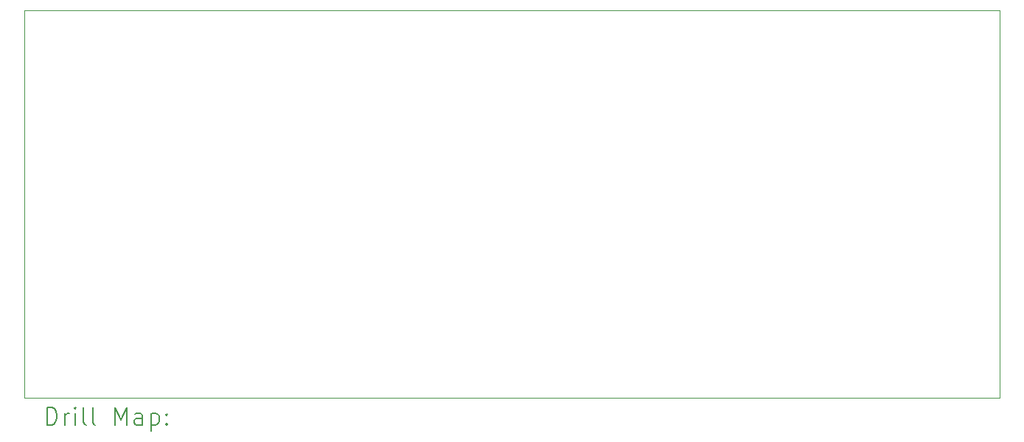
<source format=gbr>
%TF.GenerationSoftware,KiCad,Pcbnew,8.0.2*%
%TF.CreationDate,2024-05-25T18:25:16-04:00*%
%TF.ProjectId,8bc_clock,3862635f-636c-46f6-936b-2e6b69636164,3.0*%
%TF.SameCoordinates,Original*%
%TF.FileFunction,Drillmap*%
%TF.FilePolarity,Positive*%
%FSLAX45Y45*%
G04 Gerber Fmt 4.5, Leading zero omitted, Abs format (unit mm)*
G04 Created by KiCad (PCBNEW 8.0.2) date 2024-05-25 18:25:16*
%MOMM*%
%LPD*%
G01*
G04 APERTURE LIST*
%ADD10C,0.050000*%
%ADD11C,0.200000*%
G04 APERTURE END LIST*
D10*
X15500000Y-2550000D02*
X26700000Y-2550000D01*
X26700000Y-7000000D01*
X15500000Y-7000000D01*
X15500000Y-2550000D01*
D11*
X15758277Y-7313984D02*
X15758277Y-7113984D01*
X15758277Y-7113984D02*
X15805896Y-7113984D01*
X15805896Y-7113984D02*
X15834467Y-7123508D01*
X15834467Y-7123508D02*
X15853515Y-7142555D01*
X15853515Y-7142555D02*
X15863039Y-7161603D01*
X15863039Y-7161603D02*
X15872562Y-7199698D01*
X15872562Y-7199698D02*
X15872562Y-7228269D01*
X15872562Y-7228269D02*
X15863039Y-7266365D01*
X15863039Y-7266365D02*
X15853515Y-7285412D01*
X15853515Y-7285412D02*
X15834467Y-7304460D01*
X15834467Y-7304460D02*
X15805896Y-7313984D01*
X15805896Y-7313984D02*
X15758277Y-7313984D01*
X15958277Y-7313984D02*
X15958277Y-7180650D01*
X15958277Y-7218746D02*
X15967801Y-7199698D01*
X15967801Y-7199698D02*
X15977324Y-7190174D01*
X15977324Y-7190174D02*
X15996372Y-7180650D01*
X15996372Y-7180650D02*
X16015420Y-7180650D01*
X16082086Y-7313984D02*
X16082086Y-7180650D01*
X16082086Y-7113984D02*
X16072562Y-7123508D01*
X16072562Y-7123508D02*
X16082086Y-7133031D01*
X16082086Y-7133031D02*
X16091610Y-7123508D01*
X16091610Y-7123508D02*
X16082086Y-7113984D01*
X16082086Y-7113984D02*
X16082086Y-7133031D01*
X16205896Y-7313984D02*
X16186848Y-7304460D01*
X16186848Y-7304460D02*
X16177324Y-7285412D01*
X16177324Y-7285412D02*
X16177324Y-7113984D01*
X16310658Y-7313984D02*
X16291610Y-7304460D01*
X16291610Y-7304460D02*
X16282086Y-7285412D01*
X16282086Y-7285412D02*
X16282086Y-7113984D01*
X16539229Y-7313984D02*
X16539229Y-7113984D01*
X16539229Y-7113984D02*
X16605896Y-7256841D01*
X16605896Y-7256841D02*
X16672562Y-7113984D01*
X16672562Y-7113984D02*
X16672562Y-7313984D01*
X16853515Y-7313984D02*
X16853515Y-7209222D01*
X16853515Y-7209222D02*
X16843991Y-7190174D01*
X16843991Y-7190174D02*
X16824944Y-7180650D01*
X16824944Y-7180650D02*
X16786848Y-7180650D01*
X16786848Y-7180650D02*
X16767801Y-7190174D01*
X16853515Y-7304460D02*
X16834467Y-7313984D01*
X16834467Y-7313984D02*
X16786848Y-7313984D01*
X16786848Y-7313984D02*
X16767801Y-7304460D01*
X16767801Y-7304460D02*
X16758277Y-7285412D01*
X16758277Y-7285412D02*
X16758277Y-7266365D01*
X16758277Y-7266365D02*
X16767801Y-7247317D01*
X16767801Y-7247317D02*
X16786848Y-7237793D01*
X16786848Y-7237793D02*
X16834467Y-7237793D01*
X16834467Y-7237793D02*
X16853515Y-7228269D01*
X16948753Y-7180650D02*
X16948753Y-7380650D01*
X16948753Y-7190174D02*
X16967801Y-7180650D01*
X16967801Y-7180650D02*
X17005896Y-7180650D01*
X17005896Y-7180650D02*
X17024944Y-7190174D01*
X17024944Y-7190174D02*
X17034467Y-7199698D01*
X17034467Y-7199698D02*
X17043991Y-7218746D01*
X17043991Y-7218746D02*
X17043991Y-7275888D01*
X17043991Y-7275888D02*
X17034467Y-7294936D01*
X17034467Y-7294936D02*
X17024944Y-7304460D01*
X17024944Y-7304460D02*
X17005896Y-7313984D01*
X17005896Y-7313984D02*
X16967801Y-7313984D01*
X16967801Y-7313984D02*
X16948753Y-7304460D01*
X17129705Y-7294936D02*
X17139229Y-7304460D01*
X17139229Y-7304460D02*
X17129705Y-7313984D01*
X17129705Y-7313984D02*
X17120182Y-7304460D01*
X17120182Y-7304460D02*
X17129705Y-7294936D01*
X17129705Y-7294936D02*
X17129705Y-7313984D01*
X17129705Y-7190174D02*
X17139229Y-7199698D01*
X17139229Y-7199698D02*
X17129705Y-7209222D01*
X17129705Y-7209222D02*
X17120182Y-7199698D01*
X17120182Y-7199698D02*
X17129705Y-7190174D01*
X17129705Y-7190174D02*
X17129705Y-7209222D01*
M02*

</source>
